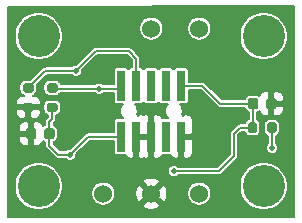
<source format=gbr>
%TF.GenerationSoftware,KiCad,Pcbnew,(5.1.7)-1*%
%TF.CreationDate,2021-02-21T14:58:14-08:00*%
%TF.ProjectId,swd-connection,7377642d-636f-46e6-9e65-6374696f6e2e,A*%
%TF.SameCoordinates,Original*%
%TF.FileFunction,Copper,L1,Top*%
%TF.FilePolarity,Positive*%
%FSLAX46Y46*%
G04 Gerber Fmt 4.6, Leading zero omitted, Abs format (unit mm)*
G04 Created by KiCad (PCBNEW (5.1.7)-1) date 2021-02-21 14:58:14*
%MOMM*%
%LPD*%
G01*
G04 APERTURE LIST*
%TA.AperFunction,ComponentPad*%
%ADD10C,1.524000*%
%TD*%
%TA.AperFunction,ComponentPad*%
%ADD11C,3.556000*%
%TD*%
%TA.AperFunction,SMDPad,CuDef*%
%ADD12R,0.760000X2.600000*%
%TD*%
%TA.AperFunction,ViaPad*%
%ADD13C,0.508000*%
%TD*%
%TA.AperFunction,Conductor*%
%ADD14C,0.177800*%
%TD*%
%TA.AperFunction,Conductor*%
%ADD15C,0.100000*%
%TD*%
G04 APERTURE END LIST*
D10*
%TO.P,J6,1*%
%TO.N,GND*%
X38100000Y-73660000D03*
%TD*%
%TO.P,R1,1*%
%TO.N,SWCLK*%
%TA.AperFunction,SMDPad,CuDef*%
G36*
G01*
X27411000Y-64307000D02*
X27961000Y-64307000D01*
G75*
G02*
X28161000Y-64507000I0J-200000D01*
G01*
X28161000Y-64907000D01*
G75*
G02*
X27961000Y-65107000I-200000J0D01*
G01*
X27411000Y-65107000D01*
G75*
G02*
X27211000Y-64907000I0J200000D01*
G01*
X27211000Y-64507000D01*
G75*
G02*
X27411000Y-64307000I200000J0D01*
G01*
G37*
%TD.AperFunction*%
%TO.P,R1,2*%
%TO.N,GND*%
%TA.AperFunction,SMDPad,CuDef*%
G36*
G01*
X27411000Y-65957000D02*
X27961000Y-65957000D01*
G75*
G02*
X28161000Y-66157000I0J-200000D01*
G01*
X28161000Y-66557000D01*
G75*
G02*
X27961000Y-66757000I-200000J0D01*
G01*
X27411000Y-66757000D01*
G75*
G02*
X27211000Y-66557000I0J200000D01*
G01*
X27211000Y-66157000D01*
G75*
G02*
X27411000Y-65957000I200000J0D01*
G01*
G37*
%TD.AperFunction*%
%TD*%
%TO.P,C2,2*%
%TO.N,GND*%
%TA.AperFunction,SMDPad,CuDef*%
G36*
G01*
X47823000Y-66290000D02*
X47823000Y-65790000D01*
G75*
G02*
X48048000Y-65565000I225000J0D01*
G01*
X48498000Y-65565000D01*
G75*
G02*
X48723000Y-65790000I0J-225000D01*
G01*
X48723000Y-66290000D01*
G75*
G02*
X48498000Y-66515000I-225000J0D01*
G01*
X48048000Y-66515000D01*
G75*
G02*
X47823000Y-66290000I0J225000D01*
G01*
G37*
%TD.AperFunction*%
%TO.P,C2,1*%
%TO.N,NRST*%
%TA.AperFunction,SMDPad,CuDef*%
G36*
G01*
X46273000Y-66290000D02*
X46273000Y-65790000D01*
G75*
G02*
X46498000Y-65565000I225000J0D01*
G01*
X46948000Y-65565000D01*
G75*
G02*
X47173000Y-65790000I0J-225000D01*
G01*
X47173000Y-66290000D01*
G75*
G02*
X46948000Y-66515000I-225000J0D01*
G01*
X46498000Y-66515000D01*
G75*
G02*
X46273000Y-66290000I0J225000D01*
G01*
G37*
%TD.AperFunction*%
%TD*%
%TO.P,C1,1*%
%TO.N,VCC*%
%TA.AperFunction,SMDPad,CuDef*%
G36*
G01*
X29927000Y-68330000D02*
X29927000Y-68830000D01*
G75*
G02*
X29702000Y-69055000I-225000J0D01*
G01*
X29252000Y-69055000D01*
G75*
G02*
X29027000Y-68830000I0J225000D01*
G01*
X29027000Y-68330000D01*
G75*
G02*
X29252000Y-68105000I225000J0D01*
G01*
X29702000Y-68105000D01*
G75*
G02*
X29927000Y-68330000I0J-225000D01*
G01*
G37*
%TD.AperFunction*%
%TO.P,C1,2*%
%TO.N,GND*%
%TA.AperFunction,SMDPad,CuDef*%
G36*
G01*
X28377000Y-68330000D02*
X28377000Y-68830000D01*
G75*
G02*
X28152000Y-69055000I-225000J0D01*
G01*
X27702000Y-69055000D01*
G75*
G02*
X27477000Y-68830000I0J225000D01*
G01*
X27477000Y-68330000D01*
G75*
G02*
X27702000Y-68105000I225000J0D01*
G01*
X28152000Y-68105000D01*
G75*
G02*
X28377000Y-68330000I0J-225000D01*
G01*
G37*
%TD.AperFunction*%
%TD*%
%TO.P,R3,1*%
%TO.N,VCC*%
%TA.AperFunction,SMDPad,CuDef*%
G36*
G01*
X48723000Y-67797000D02*
X48723000Y-68347000D01*
G75*
G02*
X48523000Y-68547000I-200000J0D01*
G01*
X48123000Y-68547000D01*
G75*
G02*
X47923000Y-68347000I0J200000D01*
G01*
X47923000Y-67797000D01*
G75*
G02*
X48123000Y-67597000I200000J0D01*
G01*
X48523000Y-67597000D01*
G75*
G02*
X48723000Y-67797000I0J-200000D01*
G01*
G37*
%TD.AperFunction*%
%TO.P,R3,2*%
%TO.N,NRST*%
%TA.AperFunction,SMDPad,CuDef*%
G36*
G01*
X47073000Y-67797000D02*
X47073000Y-68347000D01*
G75*
G02*
X46873000Y-68547000I-200000J0D01*
G01*
X46473000Y-68547000D01*
G75*
G02*
X46273000Y-68347000I0J200000D01*
G01*
X46273000Y-67797000D01*
G75*
G02*
X46473000Y-67597000I200000J0D01*
G01*
X46873000Y-67597000D01*
G75*
G02*
X47073000Y-67797000I0J-200000D01*
G01*
G37*
%TD.AperFunction*%
%TD*%
%TO.P,R2,2*%
%TO.N,SWDIO*%
%TA.AperFunction,SMDPad,CuDef*%
G36*
G01*
X29993000Y-65107000D02*
X29443000Y-65107000D01*
G75*
G02*
X29243000Y-64907000I0J200000D01*
G01*
X29243000Y-64507000D01*
G75*
G02*
X29443000Y-64307000I200000J0D01*
G01*
X29993000Y-64307000D01*
G75*
G02*
X30193000Y-64507000I0J-200000D01*
G01*
X30193000Y-64907000D01*
G75*
G02*
X29993000Y-65107000I-200000J0D01*
G01*
G37*
%TD.AperFunction*%
%TO.P,R2,1*%
%TO.N,VCC*%
%TA.AperFunction,SMDPad,CuDef*%
G36*
G01*
X29993000Y-66757000D02*
X29443000Y-66757000D01*
G75*
G02*
X29243000Y-66557000I0J200000D01*
G01*
X29243000Y-66157000D01*
G75*
G02*
X29443000Y-65957000I200000J0D01*
G01*
X29993000Y-65957000D01*
G75*
G02*
X30193000Y-66157000I0J-200000D01*
G01*
X30193000Y-66557000D01*
G75*
G02*
X29993000Y-66757000I-200000J0D01*
G01*
G37*
%TD.AperFunction*%
%TD*%
D11*
%TO.P,H3,*%
%TO.N,*%
X47625000Y-60325000D03*
%TD*%
D10*
%TO.P,J1,1*%
%TO.N,VCC*%
X42164000Y-73660000D03*
%TD*%
%TO.P,J3,1*%
%TO.N,SWDIO*%
X42164000Y-59690000D03*
%TD*%
%TO.P,J4,1*%
%TO.N,SWCLK*%
X38100000Y-59690000D03*
%TD*%
%TO.P,J5,1*%
%TO.N,NRST*%
X34036000Y-73660000D03*
%TD*%
D11*
%TO.P,H1,*%
%TO.N,*%
X28575000Y-73025000D03*
%TD*%
%TO.P,H4,*%
%TO.N,*%
X47625000Y-73025000D03*
%TD*%
%TO.P,H2,*%
%TO.N,*%
X28575000Y-60325000D03*
%TD*%
D12*
%TO.P,J1,2*%
%TO.N,SWDIO*%
X35560000Y-64525000D03*
%TO.P,J1,4*%
%TO.N,SWCLK*%
X36830000Y-64525000D03*
%TO.P,J1,6*%
%TO.N,Net-(J2-Pad6)*%
X38100000Y-64525000D03*
%TO.P,J1,8*%
%TO.N,Net-(J2-Pad8)*%
X39370000Y-64525000D03*
%TO.P,J1,10*%
%TO.N,NRST*%
X40640000Y-64525000D03*
%TO.P,J1,1*%
%TO.N,VCC*%
X35560000Y-68825000D03*
%TO.P,J1,3*%
%TO.N,GND*%
X36830000Y-68825000D03*
%TO.P,J1,5*%
X38100000Y-68825000D03*
%TO.P,J1,7*%
%TO.N,Net-(J2-Pad7)*%
X39370000Y-68825000D03*
%TO.P,J1,9*%
%TO.N,GND*%
X40640000Y-68825000D03*
%TD*%
D13*
%TO.N,GND*%
X33655000Y-66675000D03*
X27178000Y-70104000D03*
X33655000Y-62865000D03*
%TO.N,NRST*%
X40005000Y-71755000D03*
%TO.N,VCC*%
X31242000Y-70358000D03*
X48323000Y-69787000D03*
%TO.N,SWDIO*%
X33655000Y-64770000D03*
%TO.N,SWCLK*%
X31750000Y-63246000D03*
%TD*%
D14*
%TO.N,GND*%
X48260000Y-65773000D02*
X48273000Y-65786000D01*
X27686000Y-66357000D02*
X27686000Y-67310000D01*
X27927000Y-68580000D02*
X27927000Y-69355000D01*
X27927000Y-69355000D02*
X27178000Y-70104000D01*
X38100000Y-70104000D02*
X38100000Y-68834000D01*
X40649000Y-68834000D02*
X40640000Y-68825000D01*
X27686000Y-67310000D02*
X27927000Y-67551000D01*
X27927000Y-67551000D02*
X27927000Y-68580000D01*
X48260000Y-66027000D02*
X48273000Y-66040000D01*
X48260000Y-64135000D02*
X48260000Y-66027000D01*
%TO.N,NRST*%
X46469000Y-66040000D02*
X46723000Y-65786000D01*
X46723000Y-66040000D02*
X43942000Y-66040000D01*
X42427000Y-64525000D02*
X43942000Y-66040000D01*
X40640000Y-64525000D02*
X42427000Y-64525000D01*
X46723000Y-68022000D02*
X46673000Y-68072000D01*
X46723000Y-66040000D02*
X46723000Y-68022000D01*
X45593000Y-68072000D02*
X46673000Y-68072000D01*
X45085000Y-68580000D02*
X45593000Y-68072000D01*
X45085000Y-70485000D02*
X45085000Y-68580000D01*
X43815000Y-71755000D02*
X45085000Y-70485000D01*
X40005000Y-71755000D02*
X43815000Y-71755000D01*
%TO.N,VCC*%
X48323000Y-68072000D02*
X48323000Y-69787000D01*
X32775000Y-68825000D02*
X31242000Y-70358000D01*
X35560000Y-68825000D02*
X32775000Y-68825000D01*
X30226000Y-70358000D02*
X29477000Y-69609000D01*
X31242000Y-70358000D02*
X30226000Y-70358000D01*
X29477000Y-69609000D02*
X29477000Y-68580000D01*
X29477000Y-67551000D02*
X29718000Y-67310000D01*
X29477000Y-68580000D02*
X29477000Y-67551000D01*
X29718000Y-66357000D02*
X29718000Y-67310000D01*
%TO.N,SWDIO*%
X35551000Y-64516000D02*
X35560000Y-64525000D01*
X35378000Y-64707000D02*
X35560000Y-64525000D01*
X35315000Y-64770000D02*
X35560000Y-64525000D01*
X33655000Y-64770000D02*
X35315000Y-64770000D01*
X29781000Y-64770000D02*
X29718000Y-64707000D01*
X33655000Y-64770000D02*
X29781000Y-64770000D01*
%TO.N,SWCLK*%
X29147000Y-63246000D02*
X31750000Y-63246000D01*
X27686000Y-64707000D02*
X29147000Y-63246000D01*
X36830000Y-64525000D02*
X36830000Y-62230000D01*
X36830000Y-62230000D02*
X36195000Y-61595000D01*
X33401000Y-61595000D02*
X31750000Y-63246000D01*
X36195000Y-61595000D02*
X33401000Y-61595000D01*
%TD*%
%TO.N,GND*%
X50203100Y-75603100D02*
X25996900Y-75603100D01*
X25996900Y-72823615D01*
X26530300Y-72823615D01*
X26530300Y-73226385D01*
X26608877Y-73621417D01*
X26763011Y-73993528D01*
X26986778Y-74328420D01*
X27271580Y-74613222D01*
X27606472Y-74836989D01*
X27978583Y-74991123D01*
X28373615Y-75069700D01*
X28776385Y-75069700D01*
X29171417Y-74991123D01*
X29543528Y-74836989D01*
X29878420Y-74613222D01*
X30163222Y-74328420D01*
X30386989Y-73993528D01*
X30541123Y-73621417D01*
X30553601Y-73558682D01*
X33007300Y-73558682D01*
X33007300Y-73761318D01*
X33046833Y-73960061D01*
X33124378Y-74147272D01*
X33236957Y-74315758D01*
X33380242Y-74459043D01*
X33548728Y-74571622D01*
X33735939Y-74649167D01*
X33934682Y-74688700D01*
X34137318Y-74688700D01*
X34336061Y-74649167D01*
X34385229Y-74628801D01*
X37364685Y-74628801D01*
X37436851Y-74853632D01*
X37682460Y-74960070D01*
X37944114Y-75016548D01*
X38211759Y-75020894D01*
X38475109Y-74972942D01*
X38724043Y-74874534D01*
X38763149Y-74853632D01*
X38835315Y-74628801D01*
X38100000Y-73893487D01*
X37364685Y-74628801D01*
X34385229Y-74628801D01*
X34523272Y-74571622D01*
X34691758Y-74459043D01*
X34835043Y-74315758D01*
X34947622Y-74147272D01*
X35025167Y-73960061D01*
X35062623Y-73771759D01*
X36739106Y-73771759D01*
X36787058Y-74035109D01*
X36885466Y-74284043D01*
X36906368Y-74323149D01*
X37131199Y-74395315D01*
X37866513Y-73660000D01*
X38333487Y-73660000D01*
X39068801Y-74395315D01*
X39293632Y-74323149D01*
X39400070Y-74077540D01*
X39456548Y-73815886D01*
X39460724Y-73558682D01*
X41135300Y-73558682D01*
X41135300Y-73761318D01*
X41174833Y-73960061D01*
X41252378Y-74147272D01*
X41364957Y-74315758D01*
X41508242Y-74459043D01*
X41676728Y-74571622D01*
X41863939Y-74649167D01*
X42062682Y-74688700D01*
X42265318Y-74688700D01*
X42464061Y-74649167D01*
X42651272Y-74571622D01*
X42819758Y-74459043D01*
X42963043Y-74315758D01*
X43075622Y-74147272D01*
X43153167Y-73960061D01*
X43192700Y-73761318D01*
X43192700Y-73558682D01*
X43153167Y-73359939D01*
X43075622Y-73172728D01*
X42963043Y-73004242D01*
X42819758Y-72860957D01*
X42763872Y-72823615D01*
X45580300Y-72823615D01*
X45580300Y-73226385D01*
X45658877Y-73621417D01*
X45813011Y-73993528D01*
X46036778Y-74328420D01*
X46321580Y-74613222D01*
X46656472Y-74836989D01*
X47028583Y-74991123D01*
X47423615Y-75069700D01*
X47826385Y-75069700D01*
X48221417Y-74991123D01*
X48593528Y-74836989D01*
X48928420Y-74613222D01*
X49213222Y-74328420D01*
X49436989Y-73993528D01*
X49591123Y-73621417D01*
X49669700Y-73226385D01*
X49669700Y-72823615D01*
X49591123Y-72428583D01*
X49436989Y-72056472D01*
X49213222Y-71721580D01*
X48928420Y-71436778D01*
X48593528Y-71213011D01*
X48221417Y-71058877D01*
X47826385Y-70980300D01*
X47423615Y-70980300D01*
X47028583Y-71058877D01*
X46656472Y-71213011D01*
X46321580Y-71436778D01*
X46036778Y-71721580D01*
X45813011Y-72056472D01*
X45658877Y-72428583D01*
X45580300Y-72823615D01*
X42763872Y-72823615D01*
X42651272Y-72748378D01*
X42464061Y-72670833D01*
X42265318Y-72631300D01*
X42062682Y-72631300D01*
X41863939Y-72670833D01*
X41676728Y-72748378D01*
X41508242Y-72860957D01*
X41364957Y-73004242D01*
X41252378Y-73172728D01*
X41174833Y-73359939D01*
X41135300Y-73558682D01*
X39460724Y-73558682D01*
X39460894Y-73548241D01*
X39412942Y-73284891D01*
X39314534Y-73035957D01*
X39293632Y-72996851D01*
X39068801Y-72924685D01*
X38333487Y-73660000D01*
X37866513Y-73660000D01*
X37131199Y-72924685D01*
X36906368Y-72996851D01*
X36799930Y-73242460D01*
X36743452Y-73504114D01*
X36739106Y-73771759D01*
X35062623Y-73771759D01*
X35064700Y-73761318D01*
X35064700Y-73558682D01*
X35025167Y-73359939D01*
X34947622Y-73172728D01*
X34835043Y-73004242D01*
X34691758Y-72860957D01*
X34523272Y-72748378D01*
X34385230Y-72691199D01*
X37364685Y-72691199D01*
X38100000Y-73426513D01*
X38835315Y-72691199D01*
X38763149Y-72466368D01*
X38517540Y-72359930D01*
X38255886Y-72303452D01*
X37988241Y-72299106D01*
X37724891Y-72347058D01*
X37475957Y-72445466D01*
X37436851Y-72466368D01*
X37364685Y-72691199D01*
X34385230Y-72691199D01*
X34336061Y-72670833D01*
X34137318Y-72631300D01*
X33934682Y-72631300D01*
X33735939Y-72670833D01*
X33548728Y-72748378D01*
X33380242Y-72860957D01*
X33236957Y-73004242D01*
X33124378Y-73172728D01*
X33046833Y-73359939D01*
X33007300Y-73558682D01*
X30553601Y-73558682D01*
X30619700Y-73226385D01*
X30619700Y-72823615D01*
X30541123Y-72428583D01*
X30386989Y-72056472D01*
X30163222Y-71721580D01*
X29878420Y-71436778D01*
X29543528Y-71213011D01*
X29171417Y-71058877D01*
X28776385Y-70980300D01*
X28373615Y-70980300D01*
X27978583Y-71058877D01*
X27606472Y-71213011D01*
X27271580Y-71436778D01*
X26986778Y-71721580D01*
X26763011Y-72056472D01*
X26608877Y-72428583D01*
X26530300Y-72823615D01*
X25996900Y-72823615D01*
X25996900Y-69055000D01*
X26877212Y-69055000D01*
X26888737Y-69172013D01*
X26922868Y-69284529D01*
X26978295Y-69388224D01*
X27052886Y-69479114D01*
X27143776Y-69553705D01*
X27247471Y-69609132D01*
X27359987Y-69643263D01*
X27477000Y-69654788D01*
X27612675Y-69651900D01*
X27761900Y-69502675D01*
X27761900Y-68745100D01*
X27029325Y-68745100D01*
X26880100Y-68894325D01*
X26877212Y-69055000D01*
X25996900Y-69055000D01*
X25996900Y-68105000D01*
X26877212Y-68105000D01*
X26880100Y-68265675D01*
X27029325Y-68414900D01*
X27761900Y-68414900D01*
X27761900Y-67657325D01*
X27612675Y-67508100D01*
X27477000Y-67505212D01*
X27359987Y-67516737D01*
X27247471Y-67550868D01*
X27143776Y-67606295D01*
X27052886Y-67680886D01*
X26978295Y-67771776D01*
X26922868Y-67875471D01*
X26888737Y-67987987D01*
X26877212Y-68105000D01*
X25996900Y-68105000D01*
X25996900Y-66757000D01*
X26611212Y-66757000D01*
X26622737Y-66874013D01*
X26656868Y-66986529D01*
X26712295Y-67090224D01*
X26786886Y-67181114D01*
X26877776Y-67255705D01*
X26981471Y-67311132D01*
X27093987Y-67345263D01*
X27211000Y-67356788D01*
X27371675Y-67353900D01*
X27520900Y-67204675D01*
X27520900Y-66522100D01*
X27851100Y-66522100D01*
X27851100Y-67204675D01*
X28000325Y-67353900D01*
X28161000Y-67356788D01*
X28278013Y-67345263D01*
X28390529Y-67311132D01*
X28494224Y-67255705D01*
X28585114Y-67181114D01*
X28659705Y-67090224D01*
X28715132Y-66986529D01*
X28749263Y-66874013D01*
X28760788Y-66757000D01*
X28757900Y-66671325D01*
X28608675Y-66522100D01*
X27851100Y-66522100D01*
X27520900Y-66522100D01*
X26763325Y-66522100D01*
X26614100Y-66671325D01*
X26611212Y-66757000D01*
X25996900Y-66757000D01*
X25996900Y-65957000D01*
X26611212Y-65957000D01*
X26614100Y-66042675D01*
X26763325Y-66191900D01*
X27520900Y-66191900D01*
X27520900Y-66171900D01*
X27851100Y-66171900D01*
X27851100Y-66191900D01*
X28608675Y-66191900D01*
X28757900Y-66042675D01*
X28760788Y-65957000D01*
X28749263Y-65839987D01*
X28715132Y-65727471D01*
X28659705Y-65623776D01*
X28585114Y-65532886D01*
X28494224Y-65458295D01*
X28390529Y-65402868D01*
X28278013Y-65368737D01*
X28161000Y-65357212D01*
X28076241Y-65358735D01*
X28140092Y-65339366D01*
X28221001Y-65296119D01*
X28291919Y-65237919D01*
X28350119Y-65167001D01*
X28393366Y-65086092D01*
X28419998Y-64998300D01*
X28428990Y-64907000D01*
X28428990Y-64507000D01*
X28425395Y-64470498D01*
X29294294Y-63601600D01*
X31369219Y-63601600D01*
X31418073Y-63650454D01*
X31503356Y-63707438D01*
X31598118Y-63746689D01*
X31698716Y-63766700D01*
X31801284Y-63766700D01*
X31901882Y-63746689D01*
X31996644Y-63707438D01*
X32081927Y-63650454D01*
X32154454Y-63577927D01*
X32211438Y-63492644D01*
X32250689Y-63397882D01*
X32270700Y-63297284D01*
X32270700Y-63228193D01*
X33548294Y-61950600D01*
X36047707Y-61950600D01*
X36474401Y-62377295D01*
X36474401Y-62957010D01*
X36450000Y-62957010D01*
X36397718Y-62962159D01*
X36347445Y-62977410D01*
X36301113Y-63002174D01*
X36260502Y-63035502D01*
X36227174Y-63076113D01*
X36202410Y-63122445D01*
X36195000Y-63146871D01*
X36187590Y-63122445D01*
X36162826Y-63076113D01*
X36129498Y-63035502D01*
X36088887Y-63002174D01*
X36042555Y-62977410D01*
X35992282Y-62962159D01*
X35940000Y-62957010D01*
X35180000Y-62957010D01*
X35127718Y-62962159D01*
X35077445Y-62977410D01*
X35031113Y-63002174D01*
X34990502Y-63035502D01*
X34957174Y-63076113D01*
X34932410Y-63122445D01*
X34917159Y-63172718D01*
X34912010Y-63225000D01*
X34912010Y-64414400D01*
X34035781Y-64414400D01*
X33986927Y-64365546D01*
X33901644Y-64308562D01*
X33806882Y-64269311D01*
X33706284Y-64249300D01*
X33603716Y-64249300D01*
X33503118Y-64269311D01*
X33408356Y-64308562D01*
X33323073Y-64365546D01*
X33274219Y-64414400D01*
X30451604Y-64414400D01*
X30425366Y-64327908D01*
X30382119Y-64246999D01*
X30323919Y-64176081D01*
X30253001Y-64117881D01*
X30172092Y-64074634D01*
X30084300Y-64048002D01*
X29993000Y-64039010D01*
X29443000Y-64039010D01*
X29351700Y-64048002D01*
X29263908Y-64074634D01*
X29182999Y-64117881D01*
X29112081Y-64176081D01*
X29053881Y-64246999D01*
X29010634Y-64327908D01*
X28984002Y-64415700D01*
X28975010Y-64507000D01*
X28975010Y-64907000D01*
X28984002Y-64998300D01*
X29010634Y-65086092D01*
X29053881Y-65167001D01*
X29112081Y-65237919D01*
X29182999Y-65296119D01*
X29263908Y-65339366D01*
X29351700Y-65365998D01*
X29443000Y-65374990D01*
X29993000Y-65374990D01*
X30084300Y-65365998D01*
X30172092Y-65339366D01*
X30253001Y-65296119D01*
X30323919Y-65237919D01*
X30382119Y-65167001D01*
X30404248Y-65125600D01*
X33274219Y-65125600D01*
X33323073Y-65174454D01*
X33408356Y-65231438D01*
X33503118Y-65270689D01*
X33603716Y-65290700D01*
X33706284Y-65290700D01*
X33806882Y-65270689D01*
X33901644Y-65231438D01*
X33986927Y-65174454D01*
X34035781Y-65125600D01*
X34912010Y-65125600D01*
X34912010Y-65825000D01*
X34917159Y-65877282D01*
X34932410Y-65927555D01*
X34957174Y-65973887D01*
X34990502Y-66014498D01*
X35031113Y-66047826D01*
X35077445Y-66072590D01*
X35127718Y-66087841D01*
X35180000Y-66092990D01*
X35692732Y-66092990D01*
X35599465Y-66186257D01*
X35515559Y-66311831D01*
X35457764Y-66451362D01*
X35428300Y-66599487D01*
X35428300Y-66750513D01*
X35457764Y-66898638D01*
X35515559Y-67038169D01*
X35599465Y-67163743D01*
X35692732Y-67257010D01*
X35180000Y-67257010D01*
X35127718Y-67262159D01*
X35077445Y-67277410D01*
X35031113Y-67302174D01*
X34990502Y-67335502D01*
X34957174Y-67376113D01*
X34932410Y-67422445D01*
X34917159Y-67472718D01*
X34912010Y-67525000D01*
X34912010Y-68469400D01*
X32792452Y-68469400D01*
X32774999Y-68467681D01*
X32757546Y-68469400D01*
X32757537Y-68469400D01*
X32705290Y-68474546D01*
X32638260Y-68494879D01*
X32576484Y-68527899D01*
X32576482Y-68527900D01*
X32576483Y-68527900D01*
X32535900Y-68561205D01*
X32535895Y-68561210D01*
X32522337Y-68572337D01*
X32511210Y-68585895D01*
X31259807Y-69837300D01*
X31190716Y-69837300D01*
X31090118Y-69857311D01*
X30995356Y-69896562D01*
X30910073Y-69953546D01*
X30861219Y-70002400D01*
X30373294Y-70002400D01*
X29832600Y-69461707D01*
X29832600Y-69303075D01*
X29890659Y-69285463D01*
X29975891Y-69239906D01*
X30050597Y-69178597D01*
X30111906Y-69103891D01*
X30157463Y-69018659D01*
X30185517Y-68926178D01*
X30194990Y-68830000D01*
X30194990Y-68330000D01*
X30185517Y-68233822D01*
X30157463Y-68141341D01*
X30111906Y-68056109D01*
X30050597Y-67981403D01*
X29975891Y-67920094D01*
X29890659Y-67874537D01*
X29832600Y-67856925D01*
X29832600Y-67698294D01*
X29957104Y-67573791D01*
X29970663Y-67562663D01*
X29981790Y-67549105D01*
X29981795Y-67549100D01*
X30015100Y-67508517D01*
X30029654Y-67481290D01*
X30048121Y-67446740D01*
X30068454Y-67379710D01*
X30073600Y-67327463D01*
X30073600Y-67327454D01*
X30075319Y-67310001D01*
X30073600Y-67292548D01*
X30073600Y-67017052D01*
X30084300Y-67015998D01*
X30172092Y-66989366D01*
X30253001Y-66946119D01*
X30323919Y-66887919D01*
X30382119Y-66817001D01*
X30425366Y-66736092D01*
X30451998Y-66648300D01*
X30460990Y-66557000D01*
X30460990Y-66157000D01*
X30451998Y-66065700D01*
X30425366Y-65977908D01*
X30382119Y-65896999D01*
X30323919Y-65826081D01*
X30253001Y-65767881D01*
X30172092Y-65724634D01*
X30084300Y-65698002D01*
X29993000Y-65689010D01*
X29443000Y-65689010D01*
X29351700Y-65698002D01*
X29263908Y-65724634D01*
X29182999Y-65767881D01*
X29112081Y-65826081D01*
X29053881Y-65896999D01*
X29010634Y-65977908D01*
X28984002Y-66065700D01*
X28975010Y-66157000D01*
X28975010Y-66557000D01*
X28984002Y-66648300D01*
X29010634Y-66736092D01*
X29053881Y-66817001D01*
X29112081Y-66887919D01*
X29182999Y-66946119D01*
X29263908Y-66989366D01*
X29351700Y-67015998D01*
X29362401Y-67017052D01*
X29362401Y-67162705D01*
X29237900Y-67287207D01*
X29224338Y-67298337D01*
X29179900Y-67352484D01*
X29173406Y-67364634D01*
X29146880Y-67414259D01*
X29126546Y-67481290D01*
X29119681Y-67551000D01*
X29121401Y-67568465D01*
X29121401Y-67856925D01*
X29063341Y-67874537D01*
X28978109Y-67920094D01*
X28951334Y-67942068D01*
X28931132Y-67875471D01*
X28875705Y-67771776D01*
X28801114Y-67680886D01*
X28710224Y-67606295D01*
X28606529Y-67550868D01*
X28494013Y-67516737D01*
X28377000Y-67505212D01*
X28241325Y-67508100D01*
X28092100Y-67657325D01*
X28092100Y-68414900D01*
X28112100Y-68414900D01*
X28112100Y-68745100D01*
X28092100Y-68745100D01*
X28092100Y-69502675D01*
X28241325Y-69651900D01*
X28377000Y-69654788D01*
X28494013Y-69643263D01*
X28606529Y-69609132D01*
X28710224Y-69553705D01*
X28801114Y-69479114D01*
X28875705Y-69388224D01*
X28931132Y-69284529D01*
X28951334Y-69217932D01*
X28978109Y-69239906D01*
X29063341Y-69285463D01*
X29121400Y-69303075D01*
X29121400Y-69591544D01*
X29119681Y-69609000D01*
X29121400Y-69626455D01*
X29121400Y-69626462D01*
X29126546Y-69678709D01*
X29146879Y-69745739D01*
X29179899Y-69807515D01*
X29224337Y-69861662D01*
X29237901Y-69872794D01*
X29962206Y-70597100D01*
X29973337Y-70610663D01*
X30027484Y-70655101D01*
X30089260Y-70688121D01*
X30135956Y-70702286D01*
X30156289Y-70708454D01*
X30162566Y-70709072D01*
X30208537Y-70713600D01*
X30208544Y-70713600D01*
X30226000Y-70715319D01*
X30243455Y-70713600D01*
X30861219Y-70713600D01*
X30910073Y-70762454D01*
X30995356Y-70819438D01*
X31090118Y-70858689D01*
X31190716Y-70878700D01*
X31293284Y-70878700D01*
X31393882Y-70858689D01*
X31488644Y-70819438D01*
X31573927Y-70762454D01*
X31646454Y-70689927D01*
X31703438Y-70604644D01*
X31742689Y-70509882D01*
X31762700Y-70409284D01*
X31762700Y-70340193D01*
X32922295Y-69180600D01*
X34912010Y-69180600D01*
X34912010Y-70125000D01*
X34917159Y-70177282D01*
X34932410Y-70227555D01*
X34957174Y-70273887D01*
X34990502Y-70314498D01*
X35031113Y-70347826D01*
X35077445Y-70372590D01*
X35127718Y-70387841D01*
X35180000Y-70392990D01*
X35916426Y-70392990D01*
X35951295Y-70458224D01*
X36025886Y-70549114D01*
X36116776Y-70623705D01*
X36220471Y-70679132D01*
X36332987Y-70713263D01*
X36450000Y-70724788D01*
X36515675Y-70721900D01*
X36664900Y-70572675D01*
X36664900Y-68990100D01*
X36995100Y-68990100D01*
X36995100Y-70572675D01*
X37144325Y-70721900D01*
X37210000Y-70724788D01*
X37327013Y-70713263D01*
X37439529Y-70679132D01*
X37465000Y-70665517D01*
X37490471Y-70679132D01*
X37602987Y-70713263D01*
X37720000Y-70724788D01*
X37785675Y-70721900D01*
X37934900Y-70572675D01*
X37934900Y-68990100D01*
X36995100Y-68990100D01*
X36664900Y-68990100D01*
X36644900Y-68990100D01*
X36644900Y-68659900D01*
X36664900Y-68659900D01*
X36664900Y-68639900D01*
X36995100Y-68639900D01*
X36995100Y-68659900D01*
X37934900Y-68659900D01*
X37934900Y-67077325D01*
X37785675Y-66928100D01*
X37720000Y-66925212D01*
X37602987Y-66936737D01*
X37490471Y-66970868D01*
X37465000Y-66984483D01*
X37439529Y-66970868D01*
X37327013Y-66936737D01*
X37210000Y-66925212D01*
X37144325Y-66928100D01*
X36995102Y-67077323D01*
X36995102Y-66928100D01*
X36920033Y-66928100D01*
X36932236Y-66898638D01*
X36961700Y-66750513D01*
X36961700Y-66599487D01*
X36932236Y-66451362D01*
X36874441Y-66311831D01*
X36790535Y-66186257D01*
X36697268Y-66092990D01*
X37210000Y-66092990D01*
X37262282Y-66087841D01*
X37312555Y-66072590D01*
X37358887Y-66047826D01*
X37399498Y-66014498D01*
X37432826Y-65973887D01*
X37457590Y-65927555D01*
X37465000Y-65903129D01*
X37472410Y-65927555D01*
X37497174Y-65973887D01*
X37530502Y-66014498D01*
X37571113Y-66047826D01*
X37617445Y-66072590D01*
X37667718Y-66087841D01*
X37720000Y-66092990D01*
X38480000Y-66092990D01*
X38532282Y-66087841D01*
X38582555Y-66072590D01*
X38628887Y-66047826D01*
X38669498Y-66014498D01*
X38702826Y-65973887D01*
X38727590Y-65927555D01*
X38735000Y-65903129D01*
X38742410Y-65927555D01*
X38767174Y-65973887D01*
X38800502Y-66014498D01*
X38841113Y-66047826D01*
X38887445Y-66072590D01*
X38937718Y-66087841D01*
X38990000Y-66092990D01*
X39502732Y-66092990D01*
X39409465Y-66186257D01*
X39325559Y-66311831D01*
X39267764Y-66451362D01*
X39238300Y-66599487D01*
X39238300Y-66750513D01*
X39267764Y-66898638D01*
X39325559Y-67038169D01*
X39409465Y-67163743D01*
X39502732Y-67257010D01*
X39013574Y-67257010D01*
X38978705Y-67191776D01*
X38904114Y-67100886D01*
X38813224Y-67026295D01*
X38709529Y-66970868D01*
X38597013Y-66936737D01*
X38480000Y-66925212D01*
X38414325Y-66928100D01*
X38265100Y-67077325D01*
X38265100Y-68659900D01*
X38285100Y-68659900D01*
X38285100Y-68990100D01*
X38265100Y-68990100D01*
X38265100Y-70572675D01*
X38414325Y-70721900D01*
X38480000Y-70724788D01*
X38597013Y-70713263D01*
X38709529Y-70679132D01*
X38813224Y-70623705D01*
X38904114Y-70549114D01*
X38978705Y-70458224D01*
X39013574Y-70392990D01*
X39726426Y-70392990D01*
X39761295Y-70458224D01*
X39835886Y-70549114D01*
X39926776Y-70623705D01*
X40030471Y-70679132D01*
X40142987Y-70713263D01*
X40260000Y-70724788D01*
X40325675Y-70721900D01*
X40474900Y-70572675D01*
X40474900Y-68990100D01*
X40805100Y-68990100D01*
X40805100Y-70572675D01*
X40954325Y-70721900D01*
X41020000Y-70724788D01*
X41137013Y-70713263D01*
X41249529Y-70679132D01*
X41353224Y-70623705D01*
X41444114Y-70549114D01*
X41518705Y-70458224D01*
X41574132Y-70354529D01*
X41608263Y-70242013D01*
X41619788Y-70125000D01*
X41616900Y-69139325D01*
X41467675Y-68990100D01*
X40805100Y-68990100D01*
X40474900Y-68990100D01*
X40454900Y-68990100D01*
X40454900Y-68659900D01*
X40474900Y-68659900D01*
X40474900Y-68639900D01*
X40805100Y-68639900D01*
X40805100Y-68659900D01*
X41467675Y-68659900D01*
X41616900Y-68510675D01*
X41619788Y-67525000D01*
X41608263Y-67407987D01*
X41574132Y-67295471D01*
X41518705Y-67191776D01*
X41444114Y-67100886D01*
X41353224Y-67026295D01*
X41249529Y-66970868D01*
X41137013Y-66936737D01*
X41020000Y-66925212D01*
X40954325Y-66928100D01*
X40805102Y-67077323D01*
X40805102Y-66928100D01*
X40730033Y-66928100D01*
X40742236Y-66898638D01*
X40771700Y-66750513D01*
X40771700Y-66599487D01*
X40742236Y-66451362D01*
X40684441Y-66311831D01*
X40600535Y-66186257D01*
X40507268Y-66092990D01*
X41020000Y-66092990D01*
X41072282Y-66087841D01*
X41122555Y-66072590D01*
X41168887Y-66047826D01*
X41209498Y-66014498D01*
X41242826Y-65973887D01*
X41267590Y-65927555D01*
X41282841Y-65877282D01*
X41287990Y-65825000D01*
X41287990Y-64880600D01*
X42279707Y-64880600D01*
X43678206Y-66279100D01*
X43689337Y-66292663D01*
X43743484Y-66337101D01*
X43805260Y-66370121D01*
X43872290Y-66390454D01*
X43924537Y-66395600D01*
X43924545Y-66395600D01*
X43942000Y-66397319D01*
X43959455Y-66395600D01*
X46017341Y-66395600D01*
X46042537Y-66478659D01*
X46088094Y-66563891D01*
X46149403Y-66638597D01*
X46224109Y-66699906D01*
X46309341Y-66745463D01*
X46367400Y-66763075D01*
X46367401Y-67342340D01*
X46293908Y-67364634D01*
X46212999Y-67407881D01*
X46142081Y-67466081D01*
X46083881Y-67536999D01*
X46040634Y-67617908D01*
X46014002Y-67705700D01*
X46012948Y-67716400D01*
X45610452Y-67716400D01*
X45592999Y-67714681D01*
X45575546Y-67716400D01*
X45575537Y-67716400D01*
X45523290Y-67721546D01*
X45456260Y-67741879D01*
X45394484Y-67774899D01*
X45394482Y-67774900D01*
X45394483Y-67774900D01*
X45353900Y-67808205D01*
X45353895Y-67808210D01*
X45340337Y-67819337D01*
X45329210Y-67832895D01*
X44845901Y-68316206D01*
X44832338Y-68327337D01*
X44787900Y-68381484D01*
X44776870Y-68402120D01*
X44754880Y-68443259D01*
X44734546Y-68510290D01*
X44727681Y-68580000D01*
X44729401Y-68597462D01*
X44729400Y-70337705D01*
X43667707Y-71399400D01*
X40385781Y-71399400D01*
X40336927Y-71350546D01*
X40251644Y-71293562D01*
X40156882Y-71254311D01*
X40056284Y-71234300D01*
X39953716Y-71234300D01*
X39853118Y-71254311D01*
X39758356Y-71293562D01*
X39673073Y-71350546D01*
X39600546Y-71423073D01*
X39543562Y-71508356D01*
X39504311Y-71603118D01*
X39484300Y-71703716D01*
X39484300Y-71806284D01*
X39504311Y-71906882D01*
X39543562Y-72001644D01*
X39600546Y-72086927D01*
X39673073Y-72159454D01*
X39758356Y-72216438D01*
X39853118Y-72255689D01*
X39953716Y-72275700D01*
X40056284Y-72275700D01*
X40156882Y-72255689D01*
X40251644Y-72216438D01*
X40336927Y-72159454D01*
X40385781Y-72110600D01*
X43797545Y-72110600D01*
X43815000Y-72112319D01*
X43832455Y-72110600D01*
X43832463Y-72110600D01*
X43884710Y-72105454D01*
X43951740Y-72085121D01*
X44013516Y-72052101D01*
X44067663Y-72007663D01*
X44078799Y-71994094D01*
X45324110Y-70748785D01*
X45337662Y-70737663D01*
X45348785Y-70724110D01*
X45348795Y-70724100D01*
X45382100Y-70683517D01*
X45382102Y-70683515D01*
X45415121Y-70621740D01*
X45435454Y-70554710D01*
X45440600Y-70502463D01*
X45440600Y-70502454D01*
X45442319Y-70485001D01*
X45440600Y-70467548D01*
X45440600Y-68727293D01*
X45740295Y-68427600D01*
X46012948Y-68427600D01*
X46014002Y-68438300D01*
X46040634Y-68526092D01*
X46083881Y-68607001D01*
X46142081Y-68677919D01*
X46212999Y-68736119D01*
X46293908Y-68779366D01*
X46381700Y-68805998D01*
X46473000Y-68814990D01*
X46873000Y-68814990D01*
X46964300Y-68805998D01*
X47052092Y-68779366D01*
X47133001Y-68736119D01*
X47203919Y-68677919D01*
X47262119Y-68607001D01*
X47305366Y-68526092D01*
X47331998Y-68438300D01*
X47340990Y-68347000D01*
X47340990Y-67797000D01*
X47655010Y-67797000D01*
X47655010Y-68347000D01*
X47664002Y-68438300D01*
X47690634Y-68526092D01*
X47733881Y-68607001D01*
X47792081Y-68677919D01*
X47862999Y-68736119D01*
X47943908Y-68779366D01*
X47967400Y-68786493D01*
X47967401Y-69406218D01*
X47918546Y-69455073D01*
X47861562Y-69540356D01*
X47822311Y-69635118D01*
X47802300Y-69735716D01*
X47802300Y-69838284D01*
X47822311Y-69938882D01*
X47861562Y-70033644D01*
X47918546Y-70118927D01*
X47991073Y-70191454D01*
X48076356Y-70248438D01*
X48171118Y-70287689D01*
X48271716Y-70307700D01*
X48374284Y-70307700D01*
X48474882Y-70287689D01*
X48569644Y-70248438D01*
X48654927Y-70191454D01*
X48727454Y-70118927D01*
X48784438Y-70033644D01*
X48823689Y-69938882D01*
X48843700Y-69838284D01*
X48843700Y-69735716D01*
X48823689Y-69635118D01*
X48784438Y-69540356D01*
X48727454Y-69455073D01*
X48678600Y-69406219D01*
X48678600Y-68786492D01*
X48702092Y-68779366D01*
X48783001Y-68736119D01*
X48853919Y-68677919D01*
X48912119Y-68607001D01*
X48955366Y-68526092D01*
X48981998Y-68438300D01*
X48990990Y-68347000D01*
X48990990Y-67797000D01*
X48981998Y-67705700D01*
X48955366Y-67617908D01*
X48912119Y-67536999D01*
X48853919Y-67466081D01*
X48783001Y-67407881D01*
X48702092Y-67364634D01*
X48614300Y-67338002D01*
X48523000Y-67329010D01*
X48123000Y-67329010D01*
X48031700Y-67338002D01*
X47943908Y-67364634D01*
X47862999Y-67407881D01*
X47792081Y-67466081D01*
X47733881Y-67536999D01*
X47690634Y-67617908D01*
X47664002Y-67705700D01*
X47655010Y-67797000D01*
X47340990Y-67797000D01*
X47331998Y-67705700D01*
X47305366Y-67617908D01*
X47262119Y-67536999D01*
X47203919Y-67466081D01*
X47133001Y-67407881D01*
X47078600Y-67378803D01*
X47078600Y-66763075D01*
X47136659Y-66745463D01*
X47221891Y-66699906D01*
X47248666Y-66677932D01*
X47268868Y-66744529D01*
X47324295Y-66848224D01*
X47398886Y-66939114D01*
X47489776Y-67013705D01*
X47593471Y-67069132D01*
X47705987Y-67103263D01*
X47823000Y-67114788D01*
X47958675Y-67111900D01*
X48107900Y-66962675D01*
X48107900Y-66205100D01*
X48438100Y-66205100D01*
X48438100Y-66962675D01*
X48587325Y-67111900D01*
X48723000Y-67114788D01*
X48840013Y-67103263D01*
X48952529Y-67069132D01*
X49056224Y-67013705D01*
X49147114Y-66939114D01*
X49221705Y-66848224D01*
X49277132Y-66744529D01*
X49311263Y-66632013D01*
X49322788Y-66515000D01*
X49319900Y-66354325D01*
X49170675Y-66205100D01*
X48438100Y-66205100D01*
X48107900Y-66205100D01*
X48087900Y-66205100D01*
X48087900Y-65874900D01*
X48107900Y-65874900D01*
X48107900Y-65117325D01*
X48438100Y-65117325D01*
X48438100Y-65874900D01*
X49170675Y-65874900D01*
X49319900Y-65725675D01*
X49322788Y-65565000D01*
X49311263Y-65447987D01*
X49277132Y-65335471D01*
X49221705Y-65231776D01*
X49147114Y-65140886D01*
X49056224Y-65066295D01*
X48952529Y-65010868D01*
X48840013Y-64976737D01*
X48723000Y-64965212D01*
X48587325Y-64968100D01*
X48438100Y-65117325D01*
X48107900Y-65117325D01*
X47958675Y-64968100D01*
X47823000Y-64965212D01*
X47705987Y-64976737D01*
X47593471Y-65010868D01*
X47489776Y-65066295D01*
X47398886Y-65140886D01*
X47324295Y-65231776D01*
X47268868Y-65335471D01*
X47248666Y-65402068D01*
X47221891Y-65380094D01*
X47136659Y-65334537D01*
X47044178Y-65306483D01*
X46948000Y-65297010D01*
X46498000Y-65297010D01*
X46401822Y-65306483D01*
X46309341Y-65334537D01*
X46224109Y-65380094D01*
X46149403Y-65441403D01*
X46088094Y-65516109D01*
X46042537Y-65601341D01*
X46017341Y-65684400D01*
X44089294Y-65684400D01*
X42690799Y-64285906D01*
X42679663Y-64272337D01*
X42625516Y-64227899D01*
X42563740Y-64194879D01*
X42496710Y-64174546D01*
X42444463Y-64169400D01*
X42444455Y-64169400D01*
X42427000Y-64167681D01*
X42409545Y-64169400D01*
X41287990Y-64169400D01*
X41287990Y-63225000D01*
X41282841Y-63172718D01*
X41267590Y-63122445D01*
X41242826Y-63076113D01*
X41209498Y-63035502D01*
X41168887Y-63002174D01*
X41122555Y-62977410D01*
X41072282Y-62962159D01*
X41020000Y-62957010D01*
X40260000Y-62957010D01*
X40207718Y-62962159D01*
X40157445Y-62977410D01*
X40111113Y-63002174D01*
X40070502Y-63035502D01*
X40037174Y-63076113D01*
X40012410Y-63122445D01*
X40005000Y-63146871D01*
X39997590Y-63122445D01*
X39972826Y-63076113D01*
X39939498Y-63035502D01*
X39898887Y-63002174D01*
X39852555Y-62977410D01*
X39802282Y-62962159D01*
X39750000Y-62957010D01*
X38990000Y-62957010D01*
X38937718Y-62962159D01*
X38887445Y-62977410D01*
X38841113Y-63002174D01*
X38800502Y-63035502D01*
X38767174Y-63076113D01*
X38742410Y-63122445D01*
X38735000Y-63146871D01*
X38727590Y-63122445D01*
X38702826Y-63076113D01*
X38669498Y-63035502D01*
X38628887Y-63002174D01*
X38582555Y-62977410D01*
X38532282Y-62962159D01*
X38480000Y-62957010D01*
X37720000Y-62957010D01*
X37667718Y-62962159D01*
X37617445Y-62977410D01*
X37571113Y-63002174D01*
X37530502Y-63035502D01*
X37497174Y-63076113D01*
X37472410Y-63122445D01*
X37465000Y-63146871D01*
X37457590Y-63122445D01*
X37432826Y-63076113D01*
X37399498Y-63035502D01*
X37358887Y-63002174D01*
X37312555Y-62977410D01*
X37262282Y-62962159D01*
X37210000Y-62957010D01*
X37185600Y-62957010D01*
X37185600Y-62247455D01*
X37187319Y-62230000D01*
X37185600Y-62212545D01*
X37185600Y-62212537D01*
X37180454Y-62160290D01*
X37160121Y-62093260D01*
X37127101Y-62031484D01*
X37082663Y-61977337D01*
X37069100Y-61966206D01*
X36458799Y-61355906D01*
X36447663Y-61342337D01*
X36393516Y-61297899D01*
X36331740Y-61264879D01*
X36264710Y-61244546D01*
X36212463Y-61239400D01*
X36212455Y-61239400D01*
X36195000Y-61237681D01*
X36177545Y-61239400D01*
X33418455Y-61239400D01*
X33401000Y-61237681D01*
X33383545Y-61239400D01*
X33383537Y-61239400D01*
X33331290Y-61244546D01*
X33264260Y-61264879D01*
X33202484Y-61297899D01*
X33148337Y-61342337D01*
X33137206Y-61355900D01*
X31767807Y-62725300D01*
X31698716Y-62725300D01*
X31598118Y-62745311D01*
X31503356Y-62784562D01*
X31418073Y-62841546D01*
X31369219Y-62890400D01*
X29164455Y-62890400D01*
X29146999Y-62888681D01*
X29129544Y-62890400D01*
X29129537Y-62890400D01*
X29084187Y-62894867D01*
X29077289Y-62895546D01*
X29048102Y-62904400D01*
X29010260Y-62915879D01*
X28948484Y-62948899D01*
X28894337Y-62993337D01*
X28883206Y-63006900D01*
X27851097Y-64039010D01*
X27411000Y-64039010D01*
X27319700Y-64048002D01*
X27231908Y-64074634D01*
X27150999Y-64117881D01*
X27080081Y-64176081D01*
X27021881Y-64246999D01*
X26978634Y-64327908D01*
X26952002Y-64415700D01*
X26943010Y-64507000D01*
X26943010Y-64907000D01*
X26952002Y-64998300D01*
X26978634Y-65086092D01*
X27021881Y-65167001D01*
X27080081Y-65237919D01*
X27150999Y-65296119D01*
X27231908Y-65339366D01*
X27295759Y-65358735D01*
X27211000Y-65357212D01*
X27093987Y-65368737D01*
X26981471Y-65402868D01*
X26877776Y-65458295D01*
X26786886Y-65532886D01*
X26712295Y-65623776D01*
X26656868Y-65727471D01*
X26622737Y-65839987D01*
X26611212Y-65957000D01*
X25996900Y-65957000D01*
X25996900Y-60123615D01*
X26530300Y-60123615D01*
X26530300Y-60526385D01*
X26608877Y-60921417D01*
X26763011Y-61293528D01*
X26986778Y-61628420D01*
X27271580Y-61913222D01*
X27606472Y-62136989D01*
X27978583Y-62291123D01*
X28373615Y-62369700D01*
X28776385Y-62369700D01*
X29171417Y-62291123D01*
X29543528Y-62136989D01*
X29878420Y-61913222D01*
X30163222Y-61628420D01*
X30386989Y-61293528D01*
X30541123Y-60921417D01*
X30619700Y-60526385D01*
X30619700Y-60123615D01*
X30541123Y-59728583D01*
X30483174Y-59588682D01*
X37071300Y-59588682D01*
X37071300Y-59791318D01*
X37110833Y-59990061D01*
X37188378Y-60177272D01*
X37300957Y-60345758D01*
X37444242Y-60489043D01*
X37612728Y-60601622D01*
X37799939Y-60679167D01*
X37998682Y-60718700D01*
X38201318Y-60718700D01*
X38400061Y-60679167D01*
X38587272Y-60601622D01*
X38755758Y-60489043D01*
X38899043Y-60345758D01*
X39011622Y-60177272D01*
X39089167Y-59990061D01*
X39128700Y-59791318D01*
X39128700Y-59588682D01*
X41135300Y-59588682D01*
X41135300Y-59791318D01*
X41174833Y-59990061D01*
X41252378Y-60177272D01*
X41364957Y-60345758D01*
X41508242Y-60489043D01*
X41676728Y-60601622D01*
X41863939Y-60679167D01*
X42062682Y-60718700D01*
X42265318Y-60718700D01*
X42464061Y-60679167D01*
X42651272Y-60601622D01*
X42819758Y-60489043D01*
X42963043Y-60345758D01*
X43075622Y-60177272D01*
X43097847Y-60123615D01*
X45580300Y-60123615D01*
X45580300Y-60526385D01*
X45658877Y-60921417D01*
X45813011Y-61293528D01*
X46036778Y-61628420D01*
X46321580Y-61913222D01*
X46656472Y-62136989D01*
X47028583Y-62291123D01*
X47423615Y-62369700D01*
X47826385Y-62369700D01*
X48221417Y-62291123D01*
X48593528Y-62136989D01*
X48928420Y-61913222D01*
X49213222Y-61628420D01*
X49436989Y-61293528D01*
X49591123Y-60921417D01*
X49669700Y-60526385D01*
X49669700Y-60123615D01*
X49591123Y-59728583D01*
X49436989Y-59356472D01*
X49213222Y-59021580D01*
X48928420Y-58736778D01*
X48593528Y-58513011D01*
X48221417Y-58358877D01*
X47826385Y-58280300D01*
X47423615Y-58280300D01*
X47028583Y-58358877D01*
X46656472Y-58513011D01*
X46321580Y-58736778D01*
X46036778Y-59021580D01*
X45813011Y-59356472D01*
X45658877Y-59728583D01*
X45580300Y-60123615D01*
X43097847Y-60123615D01*
X43153167Y-59990061D01*
X43192700Y-59791318D01*
X43192700Y-59588682D01*
X43153167Y-59389939D01*
X43075622Y-59202728D01*
X42963043Y-59034242D01*
X42819758Y-58890957D01*
X42651272Y-58778378D01*
X42464061Y-58700833D01*
X42265318Y-58661300D01*
X42062682Y-58661300D01*
X41863939Y-58700833D01*
X41676728Y-58778378D01*
X41508242Y-58890957D01*
X41364957Y-59034242D01*
X41252378Y-59202728D01*
X41174833Y-59389939D01*
X41135300Y-59588682D01*
X39128700Y-59588682D01*
X39089167Y-59389939D01*
X39011622Y-59202728D01*
X38899043Y-59034242D01*
X38755758Y-58890957D01*
X38587272Y-58778378D01*
X38400061Y-58700833D01*
X38201318Y-58661300D01*
X37998682Y-58661300D01*
X37799939Y-58700833D01*
X37612728Y-58778378D01*
X37444242Y-58890957D01*
X37300957Y-59034242D01*
X37188378Y-59202728D01*
X37110833Y-59389939D01*
X37071300Y-59588682D01*
X30483174Y-59588682D01*
X30386989Y-59356472D01*
X30163222Y-59021580D01*
X29878420Y-58736778D01*
X29543528Y-58513011D01*
X29171417Y-58358877D01*
X28776385Y-58280300D01*
X28373615Y-58280300D01*
X27978583Y-58358877D01*
X27606472Y-58513011D01*
X27271580Y-58736778D01*
X26986778Y-59021580D01*
X26763011Y-59356472D01*
X26608877Y-59728583D01*
X26530300Y-60123615D01*
X25996900Y-60123615D01*
X25996900Y-57824601D01*
X50203100Y-57747185D01*
X50203100Y-75603100D01*
%TA.AperFunction,Conductor*%
D15*
G36*
X50203100Y-75603100D02*
G01*
X25996900Y-75603100D01*
X25996900Y-72823615D01*
X26530300Y-72823615D01*
X26530300Y-73226385D01*
X26608877Y-73621417D01*
X26763011Y-73993528D01*
X26986778Y-74328420D01*
X27271580Y-74613222D01*
X27606472Y-74836989D01*
X27978583Y-74991123D01*
X28373615Y-75069700D01*
X28776385Y-75069700D01*
X29171417Y-74991123D01*
X29543528Y-74836989D01*
X29878420Y-74613222D01*
X30163222Y-74328420D01*
X30386989Y-73993528D01*
X30541123Y-73621417D01*
X30553601Y-73558682D01*
X33007300Y-73558682D01*
X33007300Y-73761318D01*
X33046833Y-73960061D01*
X33124378Y-74147272D01*
X33236957Y-74315758D01*
X33380242Y-74459043D01*
X33548728Y-74571622D01*
X33735939Y-74649167D01*
X33934682Y-74688700D01*
X34137318Y-74688700D01*
X34336061Y-74649167D01*
X34385229Y-74628801D01*
X37364685Y-74628801D01*
X37436851Y-74853632D01*
X37682460Y-74960070D01*
X37944114Y-75016548D01*
X38211759Y-75020894D01*
X38475109Y-74972942D01*
X38724043Y-74874534D01*
X38763149Y-74853632D01*
X38835315Y-74628801D01*
X38100000Y-73893487D01*
X37364685Y-74628801D01*
X34385229Y-74628801D01*
X34523272Y-74571622D01*
X34691758Y-74459043D01*
X34835043Y-74315758D01*
X34947622Y-74147272D01*
X35025167Y-73960061D01*
X35062623Y-73771759D01*
X36739106Y-73771759D01*
X36787058Y-74035109D01*
X36885466Y-74284043D01*
X36906368Y-74323149D01*
X37131199Y-74395315D01*
X37866513Y-73660000D01*
X38333487Y-73660000D01*
X39068801Y-74395315D01*
X39293632Y-74323149D01*
X39400070Y-74077540D01*
X39456548Y-73815886D01*
X39460724Y-73558682D01*
X41135300Y-73558682D01*
X41135300Y-73761318D01*
X41174833Y-73960061D01*
X41252378Y-74147272D01*
X41364957Y-74315758D01*
X41508242Y-74459043D01*
X41676728Y-74571622D01*
X41863939Y-74649167D01*
X42062682Y-74688700D01*
X42265318Y-74688700D01*
X42464061Y-74649167D01*
X42651272Y-74571622D01*
X42819758Y-74459043D01*
X42963043Y-74315758D01*
X43075622Y-74147272D01*
X43153167Y-73960061D01*
X43192700Y-73761318D01*
X43192700Y-73558682D01*
X43153167Y-73359939D01*
X43075622Y-73172728D01*
X42963043Y-73004242D01*
X42819758Y-72860957D01*
X42763872Y-72823615D01*
X45580300Y-72823615D01*
X45580300Y-73226385D01*
X45658877Y-73621417D01*
X45813011Y-73993528D01*
X46036778Y-74328420D01*
X46321580Y-74613222D01*
X46656472Y-74836989D01*
X47028583Y-74991123D01*
X47423615Y-75069700D01*
X47826385Y-75069700D01*
X48221417Y-74991123D01*
X48593528Y-74836989D01*
X48928420Y-74613222D01*
X49213222Y-74328420D01*
X49436989Y-73993528D01*
X49591123Y-73621417D01*
X49669700Y-73226385D01*
X49669700Y-72823615D01*
X49591123Y-72428583D01*
X49436989Y-72056472D01*
X49213222Y-71721580D01*
X48928420Y-71436778D01*
X48593528Y-71213011D01*
X48221417Y-71058877D01*
X47826385Y-70980300D01*
X47423615Y-70980300D01*
X47028583Y-71058877D01*
X46656472Y-71213011D01*
X46321580Y-71436778D01*
X46036778Y-71721580D01*
X45813011Y-72056472D01*
X45658877Y-72428583D01*
X45580300Y-72823615D01*
X42763872Y-72823615D01*
X42651272Y-72748378D01*
X42464061Y-72670833D01*
X42265318Y-72631300D01*
X42062682Y-72631300D01*
X41863939Y-72670833D01*
X41676728Y-72748378D01*
X41508242Y-72860957D01*
X41364957Y-73004242D01*
X41252378Y-73172728D01*
X41174833Y-73359939D01*
X41135300Y-73558682D01*
X39460724Y-73558682D01*
X39460894Y-73548241D01*
X39412942Y-73284891D01*
X39314534Y-73035957D01*
X39293632Y-72996851D01*
X39068801Y-72924685D01*
X38333487Y-73660000D01*
X37866513Y-73660000D01*
X37131199Y-72924685D01*
X36906368Y-72996851D01*
X36799930Y-73242460D01*
X36743452Y-73504114D01*
X36739106Y-73771759D01*
X35062623Y-73771759D01*
X35064700Y-73761318D01*
X35064700Y-73558682D01*
X35025167Y-73359939D01*
X34947622Y-73172728D01*
X34835043Y-73004242D01*
X34691758Y-72860957D01*
X34523272Y-72748378D01*
X34385230Y-72691199D01*
X37364685Y-72691199D01*
X38100000Y-73426513D01*
X38835315Y-72691199D01*
X38763149Y-72466368D01*
X38517540Y-72359930D01*
X38255886Y-72303452D01*
X37988241Y-72299106D01*
X37724891Y-72347058D01*
X37475957Y-72445466D01*
X37436851Y-72466368D01*
X37364685Y-72691199D01*
X34385230Y-72691199D01*
X34336061Y-72670833D01*
X34137318Y-72631300D01*
X33934682Y-72631300D01*
X33735939Y-72670833D01*
X33548728Y-72748378D01*
X33380242Y-72860957D01*
X33236957Y-73004242D01*
X33124378Y-73172728D01*
X33046833Y-73359939D01*
X33007300Y-73558682D01*
X30553601Y-73558682D01*
X30619700Y-73226385D01*
X30619700Y-72823615D01*
X30541123Y-72428583D01*
X30386989Y-72056472D01*
X30163222Y-71721580D01*
X29878420Y-71436778D01*
X29543528Y-71213011D01*
X29171417Y-71058877D01*
X28776385Y-70980300D01*
X28373615Y-70980300D01*
X27978583Y-71058877D01*
X27606472Y-71213011D01*
X27271580Y-71436778D01*
X26986778Y-71721580D01*
X26763011Y-72056472D01*
X26608877Y-72428583D01*
X26530300Y-72823615D01*
X25996900Y-72823615D01*
X25996900Y-69055000D01*
X26877212Y-69055000D01*
X26888737Y-69172013D01*
X26922868Y-69284529D01*
X26978295Y-69388224D01*
X27052886Y-69479114D01*
X27143776Y-69553705D01*
X27247471Y-69609132D01*
X27359987Y-69643263D01*
X27477000Y-69654788D01*
X27612675Y-69651900D01*
X27761900Y-69502675D01*
X27761900Y-68745100D01*
X27029325Y-68745100D01*
X26880100Y-68894325D01*
X26877212Y-69055000D01*
X25996900Y-69055000D01*
X25996900Y-68105000D01*
X26877212Y-68105000D01*
X26880100Y-68265675D01*
X27029325Y-68414900D01*
X27761900Y-68414900D01*
X27761900Y-67657325D01*
X27612675Y-67508100D01*
X27477000Y-67505212D01*
X27359987Y-67516737D01*
X27247471Y-67550868D01*
X27143776Y-67606295D01*
X27052886Y-67680886D01*
X26978295Y-67771776D01*
X26922868Y-67875471D01*
X26888737Y-67987987D01*
X26877212Y-68105000D01*
X25996900Y-68105000D01*
X25996900Y-66757000D01*
X26611212Y-66757000D01*
X26622737Y-66874013D01*
X26656868Y-66986529D01*
X26712295Y-67090224D01*
X26786886Y-67181114D01*
X26877776Y-67255705D01*
X26981471Y-67311132D01*
X27093987Y-67345263D01*
X27211000Y-67356788D01*
X27371675Y-67353900D01*
X27520900Y-67204675D01*
X27520900Y-66522100D01*
X27851100Y-66522100D01*
X27851100Y-67204675D01*
X28000325Y-67353900D01*
X28161000Y-67356788D01*
X28278013Y-67345263D01*
X28390529Y-67311132D01*
X28494224Y-67255705D01*
X28585114Y-67181114D01*
X28659705Y-67090224D01*
X28715132Y-66986529D01*
X28749263Y-66874013D01*
X28760788Y-66757000D01*
X28757900Y-66671325D01*
X28608675Y-66522100D01*
X27851100Y-66522100D01*
X27520900Y-66522100D01*
X26763325Y-66522100D01*
X26614100Y-66671325D01*
X26611212Y-66757000D01*
X25996900Y-66757000D01*
X25996900Y-65957000D01*
X26611212Y-65957000D01*
X26614100Y-66042675D01*
X26763325Y-66191900D01*
X27520900Y-66191900D01*
X27520900Y-66171900D01*
X27851100Y-66171900D01*
X27851100Y-66191900D01*
X28608675Y-66191900D01*
X28757900Y-66042675D01*
X28760788Y-65957000D01*
X28749263Y-65839987D01*
X28715132Y-65727471D01*
X28659705Y-65623776D01*
X28585114Y-65532886D01*
X28494224Y-65458295D01*
X28390529Y-65402868D01*
X28278013Y-65368737D01*
X28161000Y-65357212D01*
X28076241Y-65358735D01*
X28140092Y-65339366D01*
X28221001Y-65296119D01*
X28291919Y-65237919D01*
X28350119Y-65167001D01*
X28393366Y-65086092D01*
X28419998Y-64998300D01*
X28428990Y-64907000D01*
X28428990Y-64507000D01*
X28425395Y-64470498D01*
X29294294Y-63601600D01*
X31369219Y-63601600D01*
X31418073Y-63650454D01*
X31503356Y-63707438D01*
X31598118Y-63746689D01*
X31698716Y-63766700D01*
X31801284Y-63766700D01*
X31901882Y-63746689D01*
X31996644Y-63707438D01*
X32081927Y-63650454D01*
X32154454Y-63577927D01*
X32211438Y-63492644D01*
X32250689Y-63397882D01*
X32270700Y-63297284D01*
X32270700Y-63228193D01*
X33548294Y-61950600D01*
X36047707Y-61950600D01*
X36474401Y-62377295D01*
X36474401Y-62957010D01*
X36450000Y-62957010D01*
X36397718Y-62962159D01*
X36347445Y-62977410D01*
X36301113Y-63002174D01*
X36260502Y-63035502D01*
X36227174Y-63076113D01*
X36202410Y-63122445D01*
X36195000Y-63146871D01*
X36187590Y-63122445D01*
X36162826Y-63076113D01*
X36129498Y-63035502D01*
X36088887Y-63002174D01*
X36042555Y-62977410D01*
X35992282Y-62962159D01*
X35940000Y-62957010D01*
X35180000Y-62957010D01*
X35127718Y-62962159D01*
X35077445Y-62977410D01*
X35031113Y-63002174D01*
X34990502Y-63035502D01*
X34957174Y-63076113D01*
X34932410Y-63122445D01*
X34917159Y-63172718D01*
X34912010Y-63225000D01*
X34912010Y-64414400D01*
X34035781Y-64414400D01*
X33986927Y-64365546D01*
X33901644Y-64308562D01*
X33806882Y-64269311D01*
X33706284Y-64249300D01*
X33603716Y-64249300D01*
X33503118Y-64269311D01*
X33408356Y-64308562D01*
X33323073Y-64365546D01*
X33274219Y-64414400D01*
X30451604Y-64414400D01*
X30425366Y-64327908D01*
X30382119Y-64246999D01*
X30323919Y-64176081D01*
X30253001Y-64117881D01*
X30172092Y-64074634D01*
X30084300Y-64048002D01*
X29993000Y-64039010D01*
X29443000Y-64039010D01*
X29351700Y-64048002D01*
X29263908Y-64074634D01*
X29182999Y-64117881D01*
X29112081Y-64176081D01*
X29053881Y-64246999D01*
X29010634Y-64327908D01*
X28984002Y-64415700D01*
X28975010Y-64507000D01*
X28975010Y-64907000D01*
X28984002Y-64998300D01*
X29010634Y-65086092D01*
X29053881Y-65167001D01*
X29112081Y-65237919D01*
X29182999Y-65296119D01*
X29263908Y-65339366D01*
X29351700Y-65365998D01*
X29443000Y-65374990D01*
X29993000Y-65374990D01*
X30084300Y-65365998D01*
X30172092Y-65339366D01*
X30253001Y-65296119D01*
X30323919Y-65237919D01*
X30382119Y-65167001D01*
X30404248Y-65125600D01*
X33274219Y-65125600D01*
X33323073Y-65174454D01*
X33408356Y-65231438D01*
X33503118Y-65270689D01*
X33603716Y-65290700D01*
X33706284Y-65290700D01*
X33806882Y-65270689D01*
X33901644Y-65231438D01*
X33986927Y-65174454D01*
X34035781Y-65125600D01*
X34912010Y-65125600D01*
X34912010Y-65825000D01*
X34917159Y-65877282D01*
X34932410Y-65927555D01*
X34957174Y-65973887D01*
X34990502Y-66014498D01*
X35031113Y-66047826D01*
X35077445Y-66072590D01*
X35127718Y-66087841D01*
X35180000Y-66092990D01*
X35692732Y-66092990D01*
X35599465Y-66186257D01*
X35515559Y-66311831D01*
X35457764Y-66451362D01*
X35428300Y-66599487D01*
X35428300Y-66750513D01*
X35457764Y-66898638D01*
X35515559Y-67038169D01*
X35599465Y-67163743D01*
X35692732Y-67257010D01*
X35180000Y-67257010D01*
X35127718Y-67262159D01*
X35077445Y-67277410D01*
X35031113Y-67302174D01*
X34990502Y-67335502D01*
X34957174Y-67376113D01*
X34932410Y-67422445D01*
X34917159Y-67472718D01*
X34912010Y-67525000D01*
X34912010Y-68469400D01*
X32792452Y-68469400D01*
X32774999Y-68467681D01*
X32757546Y-68469400D01*
X32757537Y-68469400D01*
X32705290Y-68474546D01*
X32638260Y-68494879D01*
X32576484Y-68527899D01*
X32576482Y-68527900D01*
X32576483Y-68527900D01*
X32535900Y-68561205D01*
X32535895Y-68561210D01*
X32522337Y-68572337D01*
X32511210Y-68585895D01*
X31259807Y-69837300D01*
X31190716Y-69837300D01*
X31090118Y-69857311D01*
X30995356Y-69896562D01*
X30910073Y-69953546D01*
X30861219Y-70002400D01*
X30373294Y-70002400D01*
X29832600Y-69461707D01*
X29832600Y-69303075D01*
X29890659Y-69285463D01*
X29975891Y-69239906D01*
X30050597Y-69178597D01*
X30111906Y-69103891D01*
X30157463Y-69018659D01*
X30185517Y-68926178D01*
X30194990Y-68830000D01*
X30194990Y-68330000D01*
X30185517Y-68233822D01*
X30157463Y-68141341D01*
X30111906Y-68056109D01*
X30050597Y-67981403D01*
X29975891Y-67920094D01*
X29890659Y-67874537D01*
X29832600Y-67856925D01*
X29832600Y-67698294D01*
X29957104Y-67573791D01*
X29970663Y-67562663D01*
X29981790Y-67549105D01*
X29981795Y-67549100D01*
X30015100Y-67508517D01*
X30029654Y-67481290D01*
X30048121Y-67446740D01*
X30068454Y-67379710D01*
X30073600Y-67327463D01*
X30073600Y-67327454D01*
X30075319Y-67310001D01*
X30073600Y-67292548D01*
X30073600Y-67017052D01*
X30084300Y-67015998D01*
X30172092Y-66989366D01*
X30253001Y-66946119D01*
X30323919Y-66887919D01*
X30382119Y-66817001D01*
X30425366Y-66736092D01*
X30451998Y-66648300D01*
X30460990Y-66557000D01*
X30460990Y-66157000D01*
X30451998Y-66065700D01*
X30425366Y-65977908D01*
X30382119Y-65896999D01*
X30323919Y-65826081D01*
X30253001Y-65767881D01*
X30172092Y-65724634D01*
X30084300Y-65698002D01*
X29993000Y-65689010D01*
X29443000Y-65689010D01*
X29351700Y-65698002D01*
X29263908Y-65724634D01*
X29182999Y-65767881D01*
X29112081Y-65826081D01*
X29053881Y-65896999D01*
X29010634Y-65977908D01*
X28984002Y-66065700D01*
X28975010Y-66157000D01*
X28975010Y-66557000D01*
X28984002Y-66648300D01*
X29010634Y-66736092D01*
X29053881Y-66817001D01*
X29112081Y-66887919D01*
X29182999Y-66946119D01*
X29263908Y-66989366D01*
X29351700Y-67015998D01*
X29362401Y-67017052D01*
X29362401Y-67162705D01*
X29237900Y-67287207D01*
X29224338Y-67298337D01*
X29179900Y-67352484D01*
X29173406Y-67364634D01*
X29146880Y-67414259D01*
X29126546Y-67481290D01*
X29119681Y-67551000D01*
X29121401Y-67568465D01*
X29121401Y-67856925D01*
X29063341Y-67874537D01*
X28978109Y-67920094D01*
X28951334Y-67942068D01*
X28931132Y-67875471D01*
X28875705Y-67771776D01*
X28801114Y-67680886D01*
X28710224Y-67606295D01*
X28606529Y-67550868D01*
X28494013Y-67516737D01*
X28377000Y-67505212D01*
X28241325Y-67508100D01*
X28092100Y-67657325D01*
X28092100Y-68414900D01*
X28112100Y-68414900D01*
X28112100Y-68745100D01*
X28092100Y-68745100D01*
X28092100Y-69502675D01*
X28241325Y-69651900D01*
X28377000Y-69654788D01*
X28494013Y-69643263D01*
X28606529Y-69609132D01*
X28710224Y-69553705D01*
X28801114Y-69479114D01*
X28875705Y-69388224D01*
X28931132Y-69284529D01*
X28951334Y-69217932D01*
X28978109Y-69239906D01*
X29063341Y-69285463D01*
X29121400Y-69303075D01*
X29121400Y-69591544D01*
X29119681Y-69609000D01*
X29121400Y-69626455D01*
X29121400Y-69626462D01*
X29126546Y-69678709D01*
X29146879Y-69745739D01*
X29179899Y-69807515D01*
X29224337Y-69861662D01*
X29237901Y-69872794D01*
X29962206Y-70597100D01*
X29973337Y-70610663D01*
X30027484Y-70655101D01*
X30089260Y-70688121D01*
X30135956Y-70702286D01*
X30156289Y-70708454D01*
X30162566Y-70709072D01*
X30208537Y-70713600D01*
X30208544Y-70713600D01*
X30226000Y-70715319D01*
X30243455Y-70713600D01*
X30861219Y-70713600D01*
X30910073Y-70762454D01*
X30995356Y-70819438D01*
X31090118Y-70858689D01*
X31190716Y-70878700D01*
X31293284Y-70878700D01*
X31393882Y-70858689D01*
X31488644Y-70819438D01*
X31573927Y-70762454D01*
X31646454Y-70689927D01*
X31703438Y-70604644D01*
X31742689Y-70509882D01*
X31762700Y-70409284D01*
X31762700Y-70340193D01*
X32922295Y-69180600D01*
X34912010Y-69180600D01*
X34912010Y-70125000D01*
X34917159Y-70177282D01*
X34932410Y-70227555D01*
X34957174Y-70273887D01*
X34990502Y-70314498D01*
X35031113Y-70347826D01*
X35077445Y-70372590D01*
X35127718Y-70387841D01*
X35180000Y-70392990D01*
X35916426Y-70392990D01*
X35951295Y-70458224D01*
X36025886Y-70549114D01*
X36116776Y-70623705D01*
X36220471Y-70679132D01*
X36332987Y-70713263D01*
X36450000Y-70724788D01*
X36515675Y-70721900D01*
X36664900Y-70572675D01*
X36664900Y-68990100D01*
X36995100Y-68990100D01*
X36995100Y-70572675D01*
X37144325Y-70721900D01*
X37210000Y-70724788D01*
X37327013Y-70713263D01*
X37439529Y-70679132D01*
X37465000Y-70665517D01*
X37490471Y-70679132D01*
X37602987Y-70713263D01*
X37720000Y-70724788D01*
X37785675Y-70721900D01*
X37934900Y-70572675D01*
X37934900Y-68990100D01*
X36995100Y-68990100D01*
X36664900Y-68990100D01*
X36644900Y-68990100D01*
X36644900Y-68659900D01*
X36664900Y-68659900D01*
X36664900Y-68639900D01*
X36995100Y-68639900D01*
X36995100Y-68659900D01*
X37934900Y-68659900D01*
X37934900Y-67077325D01*
X37785675Y-66928100D01*
X37720000Y-66925212D01*
X37602987Y-66936737D01*
X37490471Y-66970868D01*
X37465000Y-66984483D01*
X37439529Y-66970868D01*
X37327013Y-66936737D01*
X37210000Y-66925212D01*
X37144325Y-66928100D01*
X36995102Y-67077323D01*
X36995102Y-66928100D01*
X36920033Y-66928100D01*
X36932236Y-66898638D01*
X36961700Y-66750513D01*
X36961700Y-66599487D01*
X36932236Y-66451362D01*
X36874441Y-66311831D01*
X36790535Y-66186257D01*
X36697268Y-66092990D01*
X37210000Y-66092990D01*
X37262282Y-66087841D01*
X37312555Y-66072590D01*
X37358887Y-66047826D01*
X37399498Y-66014498D01*
X37432826Y-65973887D01*
X37457590Y-65927555D01*
X37465000Y-65903129D01*
X37472410Y-65927555D01*
X37497174Y-65973887D01*
X37530502Y-66014498D01*
X37571113Y-66047826D01*
X37617445Y-66072590D01*
X37667718Y-66087841D01*
X37720000Y-66092990D01*
X38480000Y-66092990D01*
X38532282Y-66087841D01*
X38582555Y-66072590D01*
X38628887Y-66047826D01*
X38669498Y-66014498D01*
X38702826Y-65973887D01*
X38727590Y-65927555D01*
X38735000Y-65903129D01*
X38742410Y-65927555D01*
X38767174Y-65973887D01*
X38800502Y-66014498D01*
X38841113Y-66047826D01*
X38887445Y-66072590D01*
X38937718Y-66087841D01*
X38990000Y-66092990D01*
X39502732Y-66092990D01*
X39409465Y-66186257D01*
X39325559Y-66311831D01*
X39267764Y-66451362D01*
X39238300Y-66599487D01*
X39238300Y-66750513D01*
X39267764Y-66898638D01*
X39325559Y-67038169D01*
X39409465Y-67163743D01*
X39502732Y-67257010D01*
X39013574Y-67257010D01*
X38978705Y-67191776D01*
X38904114Y-67100886D01*
X38813224Y-67026295D01*
X38709529Y-66970868D01*
X38597013Y-66936737D01*
X38480000Y-66925212D01*
X38414325Y-66928100D01*
X38265100Y-67077325D01*
X38265100Y-68659900D01*
X38285100Y-68659900D01*
X38285100Y-68990100D01*
X38265100Y-68990100D01*
X38265100Y-70572675D01*
X38414325Y-70721900D01*
X38480000Y-70724788D01*
X38597013Y-70713263D01*
X38709529Y-70679132D01*
X38813224Y-70623705D01*
X38904114Y-70549114D01*
X38978705Y-70458224D01*
X39013574Y-70392990D01*
X39726426Y-70392990D01*
X39761295Y-70458224D01*
X39835886Y-70549114D01*
X39926776Y-70623705D01*
X40030471Y-70679132D01*
X40142987Y-70713263D01*
X40260000Y-70724788D01*
X40325675Y-70721900D01*
X40474900Y-70572675D01*
X40474900Y-68990100D01*
X40805100Y-68990100D01*
X40805100Y-70572675D01*
X40954325Y-70721900D01*
X41020000Y-70724788D01*
X41137013Y-70713263D01*
X41249529Y-70679132D01*
X41353224Y-70623705D01*
X41444114Y-70549114D01*
X41518705Y-70458224D01*
X41574132Y-70354529D01*
X41608263Y-70242013D01*
X41619788Y-70125000D01*
X41616900Y-69139325D01*
X41467675Y-68990100D01*
X40805100Y-68990100D01*
X40474900Y-68990100D01*
X40454900Y-68990100D01*
X40454900Y-68659900D01*
X40474900Y-68659900D01*
X40474900Y-68639900D01*
X40805100Y-68639900D01*
X40805100Y-68659900D01*
X41467675Y-68659900D01*
X41616900Y-68510675D01*
X41619788Y-67525000D01*
X41608263Y-67407987D01*
X41574132Y-67295471D01*
X41518705Y-67191776D01*
X41444114Y-67100886D01*
X41353224Y-67026295D01*
X41249529Y-66970868D01*
X41137013Y-66936737D01*
X41020000Y-66925212D01*
X40954325Y-66928100D01*
X40805102Y-67077323D01*
X40805102Y-66928100D01*
X40730033Y-66928100D01*
X40742236Y-66898638D01*
X40771700Y-66750513D01*
X40771700Y-66599487D01*
X40742236Y-66451362D01*
X40684441Y-66311831D01*
X40600535Y-66186257D01*
X40507268Y-66092990D01*
X41020000Y-66092990D01*
X41072282Y-66087841D01*
X41122555Y-66072590D01*
X41168887Y-66047826D01*
X41209498Y-66014498D01*
X41242826Y-65973887D01*
X41267590Y-65927555D01*
X41282841Y-65877282D01*
X41287990Y-65825000D01*
X41287990Y-64880600D01*
X42279707Y-64880600D01*
X43678206Y-66279100D01*
X43689337Y-66292663D01*
X43743484Y-66337101D01*
X43805260Y-66370121D01*
X43872290Y-66390454D01*
X43924537Y-66395600D01*
X43924545Y-66395600D01*
X43942000Y-66397319D01*
X43959455Y-66395600D01*
X46017341Y-66395600D01*
X46042537Y-66478659D01*
X46088094Y-66563891D01*
X46149403Y-66638597D01*
X46224109Y-66699906D01*
X46309341Y-66745463D01*
X46367400Y-66763075D01*
X46367401Y-67342340D01*
X46293908Y-67364634D01*
X46212999Y-67407881D01*
X46142081Y-67466081D01*
X46083881Y-67536999D01*
X46040634Y-67617908D01*
X46014002Y-67705700D01*
X46012948Y-67716400D01*
X45610452Y-67716400D01*
X45592999Y-67714681D01*
X45575546Y-67716400D01*
X45575537Y-67716400D01*
X45523290Y-67721546D01*
X45456260Y-67741879D01*
X45394484Y-67774899D01*
X45394482Y-67774900D01*
X45394483Y-67774900D01*
X45353900Y-67808205D01*
X45353895Y-67808210D01*
X45340337Y-67819337D01*
X45329210Y-67832895D01*
X44845901Y-68316206D01*
X44832338Y-68327337D01*
X44787900Y-68381484D01*
X44776870Y-68402120D01*
X44754880Y-68443259D01*
X44734546Y-68510290D01*
X44727681Y-68580000D01*
X44729401Y-68597462D01*
X44729400Y-70337705D01*
X43667707Y-71399400D01*
X40385781Y-71399400D01*
X40336927Y-71350546D01*
X40251644Y-71293562D01*
X40156882Y-71254311D01*
X40056284Y-71234300D01*
X39953716Y-71234300D01*
X39853118Y-71254311D01*
X39758356Y-71293562D01*
X39673073Y-71350546D01*
X39600546Y-71423073D01*
X39543562Y-71508356D01*
X39504311Y-71603118D01*
X39484300Y-71703716D01*
X39484300Y-71806284D01*
X39504311Y-71906882D01*
X39543562Y-72001644D01*
X39600546Y-72086927D01*
X39673073Y-72159454D01*
X39758356Y-72216438D01*
X39853118Y-72255689D01*
X39953716Y-72275700D01*
X40056284Y-72275700D01*
X40156882Y-72255689D01*
X40251644Y-72216438D01*
X40336927Y-72159454D01*
X40385781Y-72110600D01*
X43797545Y-72110600D01*
X43815000Y-72112319D01*
X43832455Y-72110600D01*
X43832463Y-72110600D01*
X43884710Y-72105454D01*
X43951740Y-72085121D01*
X44013516Y-72052101D01*
X44067663Y-72007663D01*
X44078799Y-71994094D01*
X45324110Y-70748785D01*
X45337662Y-70737663D01*
X45348785Y-70724110D01*
X45348795Y-70724100D01*
X45382100Y-70683517D01*
X45382102Y-70683515D01*
X45415121Y-70621740D01*
X45435454Y-70554710D01*
X45440600Y-70502463D01*
X45440600Y-70502454D01*
X45442319Y-70485001D01*
X45440600Y-70467548D01*
X45440600Y-68727293D01*
X45740295Y-68427600D01*
X46012948Y-68427600D01*
X46014002Y-68438300D01*
X46040634Y-68526092D01*
X46083881Y-68607001D01*
X46142081Y-68677919D01*
X46212999Y-68736119D01*
X46293908Y-68779366D01*
X46381700Y-68805998D01*
X46473000Y-68814990D01*
X46873000Y-68814990D01*
X46964300Y-68805998D01*
X47052092Y-68779366D01*
X47133001Y-68736119D01*
X47203919Y-68677919D01*
X47262119Y-68607001D01*
X47305366Y-68526092D01*
X47331998Y-68438300D01*
X47340990Y-68347000D01*
X47340990Y-67797000D01*
X47655010Y-67797000D01*
X47655010Y-68347000D01*
X47664002Y-68438300D01*
X47690634Y-68526092D01*
X47733881Y-68607001D01*
X47792081Y-68677919D01*
X47862999Y-68736119D01*
X47943908Y-68779366D01*
X47967400Y-68786493D01*
X47967401Y-69406218D01*
X47918546Y-69455073D01*
X47861562Y-69540356D01*
X47822311Y-69635118D01*
X47802300Y-69735716D01*
X47802300Y-69838284D01*
X47822311Y-69938882D01*
X47861562Y-70033644D01*
X47918546Y-70118927D01*
X47991073Y-70191454D01*
X48076356Y-70248438D01*
X48171118Y-70287689D01*
X48271716Y-70307700D01*
X48374284Y-70307700D01*
X48474882Y-70287689D01*
X48569644Y-70248438D01*
X48654927Y-70191454D01*
X48727454Y-70118927D01*
X48784438Y-70033644D01*
X48823689Y-69938882D01*
X48843700Y-69838284D01*
X48843700Y-69735716D01*
X48823689Y-69635118D01*
X48784438Y-69540356D01*
X48727454Y-69455073D01*
X48678600Y-69406219D01*
X48678600Y-68786492D01*
X48702092Y-68779366D01*
X48783001Y-68736119D01*
X48853919Y-68677919D01*
X48912119Y-68607001D01*
X48955366Y-68526092D01*
X48981998Y-68438300D01*
X48990990Y-68347000D01*
X48990990Y-67797000D01*
X48981998Y-67705700D01*
X48955366Y-67617908D01*
X48912119Y-67536999D01*
X48853919Y-67466081D01*
X48783001Y-67407881D01*
X48702092Y-67364634D01*
X48614300Y-67338002D01*
X48523000Y-67329010D01*
X48123000Y-67329010D01*
X48031700Y-67338002D01*
X47943908Y-67364634D01*
X47862999Y-67407881D01*
X47792081Y-67466081D01*
X47733881Y-67536999D01*
X47690634Y-67617908D01*
X47664002Y-67705700D01*
X47655010Y-67797000D01*
X47340990Y-67797000D01*
X47331998Y-67705700D01*
X47305366Y-67617908D01*
X47262119Y-67536999D01*
X47203919Y-67466081D01*
X47133001Y-67407881D01*
X47078600Y-67378803D01*
X47078600Y-66763075D01*
X47136659Y-66745463D01*
X47221891Y-66699906D01*
X47248666Y-66677932D01*
X47268868Y-66744529D01*
X47324295Y-66848224D01*
X47398886Y-66939114D01*
X47489776Y-67013705D01*
X47593471Y-67069132D01*
X47705987Y-67103263D01*
X47823000Y-67114788D01*
X47958675Y-67111900D01*
X48107900Y-66962675D01*
X48107900Y-66205100D01*
X48438100Y-66205100D01*
X48438100Y-66962675D01*
X48587325Y-67111900D01*
X48723000Y-67114788D01*
X48840013Y-67103263D01*
X48952529Y-67069132D01*
X49056224Y-67013705D01*
X49147114Y-66939114D01*
X49221705Y-66848224D01*
X49277132Y-66744529D01*
X49311263Y-66632013D01*
X49322788Y-66515000D01*
X49319900Y-66354325D01*
X49170675Y-66205100D01*
X48438100Y-66205100D01*
X48107900Y-66205100D01*
X48087900Y-66205100D01*
X48087900Y-65874900D01*
X48107900Y-65874900D01*
X48107900Y-65117325D01*
X48438100Y-65117325D01*
X48438100Y-65874900D01*
X49170675Y-65874900D01*
X49319900Y-65725675D01*
X49322788Y-65565000D01*
X49311263Y-65447987D01*
X49277132Y-65335471D01*
X49221705Y-65231776D01*
X49147114Y-65140886D01*
X49056224Y-65066295D01*
X48952529Y-65010868D01*
X48840013Y-64976737D01*
X48723000Y-64965212D01*
X48587325Y-64968100D01*
X48438100Y-65117325D01*
X48107900Y-65117325D01*
X47958675Y-64968100D01*
X47823000Y-64965212D01*
X47705987Y-64976737D01*
X47593471Y-65010868D01*
X47489776Y-65066295D01*
X47398886Y-65140886D01*
X47324295Y-65231776D01*
X47268868Y-65335471D01*
X47248666Y-65402068D01*
X47221891Y-65380094D01*
X47136659Y-65334537D01*
X47044178Y-65306483D01*
X46948000Y-65297010D01*
X46498000Y-65297010D01*
X46401822Y-65306483D01*
X46309341Y-65334537D01*
X46224109Y-65380094D01*
X46149403Y-65441403D01*
X46088094Y-65516109D01*
X46042537Y-65601341D01*
X46017341Y-65684400D01*
X44089294Y-65684400D01*
X42690799Y-64285906D01*
X42679663Y-64272337D01*
X42625516Y-64227899D01*
X42563740Y-64194879D01*
X42496710Y-64174546D01*
X42444463Y-64169400D01*
X42444455Y-64169400D01*
X42427000Y-64167681D01*
X42409545Y-64169400D01*
X41287990Y-64169400D01*
X41287990Y-63225000D01*
X41282841Y-63172718D01*
X41267590Y-63122445D01*
X41242826Y-63076113D01*
X41209498Y-63035502D01*
X41168887Y-63002174D01*
X41122555Y-62977410D01*
X41072282Y-62962159D01*
X41020000Y-62957010D01*
X40260000Y-62957010D01*
X40207718Y-62962159D01*
X40157445Y-62977410D01*
X40111113Y-63002174D01*
X40070502Y-63035502D01*
X40037174Y-63076113D01*
X40012410Y-63122445D01*
X40005000Y-63146871D01*
X39997590Y-63122445D01*
X39972826Y-63076113D01*
X39939498Y-63035502D01*
X39898887Y-63002174D01*
X39852555Y-62977410D01*
X39802282Y-62962159D01*
X39750000Y-62957010D01*
X38990000Y-62957010D01*
X38937718Y-62962159D01*
X38887445Y-62977410D01*
X38841113Y-63002174D01*
X38800502Y-63035502D01*
X38767174Y-63076113D01*
X38742410Y-63122445D01*
X38735000Y-63146871D01*
X38727590Y-63122445D01*
X38702826Y-63076113D01*
X38669498Y-63035502D01*
X38628887Y-63002174D01*
X38582555Y-62977410D01*
X38532282Y-62962159D01*
X38480000Y-62957010D01*
X37720000Y-62957010D01*
X37667718Y-62962159D01*
X37617445Y-62977410D01*
X37571113Y-63002174D01*
X37530502Y-63035502D01*
X37497174Y-63076113D01*
X37472410Y-63122445D01*
X37465000Y-63146871D01*
X37457590Y-63122445D01*
X37432826Y-63076113D01*
X37399498Y-63035502D01*
X37358887Y-63002174D01*
X37312555Y-62977410D01*
X37262282Y-62962159D01*
X37210000Y-62957010D01*
X37185600Y-62957010D01*
X37185600Y-62247455D01*
X37187319Y-62230000D01*
X37185600Y-62212545D01*
X37185600Y-62212537D01*
X37180454Y-62160290D01*
X37160121Y-62093260D01*
X37127101Y-62031484D01*
X37082663Y-61977337D01*
X37069100Y-61966206D01*
X36458799Y-61355906D01*
X36447663Y-61342337D01*
X36393516Y-61297899D01*
X36331740Y-61264879D01*
X36264710Y-61244546D01*
X36212463Y-61239400D01*
X36212455Y-61239400D01*
X36195000Y-61237681D01*
X36177545Y-61239400D01*
X33418455Y-61239400D01*
X33401000Y-61237681D01*
X33383545Y-61239400D01*
X33383537Y-61239400D01*
X33331290Y-61244546D01*
X33264260Y-61264879D01*
X33202484Y-61297899D01*
X33148337Y-61342337D01*
X33137206Y-61355900D01*
X31767807Y-62725300D01*
X31698716Y-62725300D01*
X31598118Y-62745311D01*
X31503356Y-62784562D01*
X31418073Y-62841546D01*
X31369219Y-62890400D01*
X29164455Y-62890400D01*
X29146999Y-62888681D01*
X29129544Y-62890400D01*
X29129537Y-62890400D01*
X29084187Y-62894867D01*
X29077289Y-62895546D01*
X29048102Y-62904400D01*
X29010260Y-62915879D01*
X28948484Y-62948899D01*
X28894337Y-62993337D01*
X28883206Y-63006900D01*
X27851097Y-64039010D01*
X27411000Y-64039010D01*
X27319700Y-64048002D01*
X27231908Y-64074634D01*
X27150999Y-64117881D01*
X27080081Y-64176081D01*
X27021881Y-64246999D01*
X26978634Y-64327908D01*
X26952002Y-64415700D01*
X26943010Y-64507000D01*
X26943010Y-64907000D01*
X26952002Y-64998300D01*
X26978634Y-65086092D01*
X27021881Y-65167001D01*
X27080081Y-65237919D01*
X27150999Y-65296119D01*
X27231908Y-65339366D01*
X27295759Y-65358735D01*
X27211000Y-65357212D01*
X27093987Y-65368737D01*
X26981471Y-65402868D01*
X26877776Y-65458295D01*
X26786886Y-65532886D01*
X26712295Y-65623776D01*
X26656868Y-65727471D01*
X26622737Y-65839987D01*
X26611212Y-65957000D01*
X25996900Y-65957000D01*
X25996900Y-60123615D01*
X26530300Y-60123615D01*
X26530300Y-60526385D01*
X26608877Y-60921417D01*
X26763011Y-61293528D01*
X26986778Y-61628420D01*
X27271580Y-61913222D01*
X27606472Y-62136989D01*
X27978583Y-62291123D01*
X28373615Y-62369700D01*
X28776385Y-62369700D01*
X29171417Y-62291123D01*
X29543528Y-62136989D01*
X29878420Y-61913222D01*
X30163222Y-61628420D01*
X30386989Y-61293528D01*
X30541123Y-60921417D01*
X30619700Y-60526385D01*
X30619700Y-60123615D01*
X30541123Y-59728583D01*
X30483174Y-59588682D01*
X37071300Y-59588682D01*
X37071300Y-59791318D01*
X37110833Y-59990061D01*
X37188378Y-60177272D01*
X37300957Y-60345758D01*
X37444242Y-60489043D01*
X37612728Y-60601622D01*
X37799939Y-60679167D01*
X37998682Y-60718700D01*
X38201318Y-60718700D01*
X38400061Y-60679167D01*
X38587272Y-60601622D01*
X38755758Y-60489043D01*
X38899043Y-60345758D01*
X39011622Y-60177272D01*
X39089167Y-59990061D01*
X39128700Y-59791318D01*
X39128700Y-59588682D01*
X41135300Y-59588682D01*
X41135300Y-59791318D01*
X41174833Y-59990061D01*
X41252378Y-60177272D01*
X41364957Y-60345758D01*
X41508242Y-60489043D01*
X41676728Y-60601622D01*
X41863939Y-60679167D01*
X42062682Y-60718700D01*
X42265318Y-60718700D01*
X42464061Y-60679167D01*
X42651272Y-60601622D01*
X42819758Y-60489043D01*
X42963043Y-60345758D01*
X43075622Y-60177272D01*
X43097847Y-60123615D01*
X45580300Y-60123615D01*
X45580300Y-60526385D01*
X45658877Y-60921417D01*
X45813011Y-61293528D01*
X46036778Y-61628420D01*
X46321580Y-61913222D01*
X46656472Y-62136989D01*
X47028583Y-62291123D01*
X47423615Y-62369700D01*
X47826385Y-62369700D01*
X48221417Y-62291123D01*
X48593528Y-62136989D01*
X48928420Y-61913222D01*
X49213222Y-61628420D01*
X49436989Y-61293528D01*
X49591123Y-60921417D01*
X49669700Y-60526385D01*
X49669700Y-60123615D01*
X49591123Y-59728583D01*
X49436989Y-59356472D01*
X49213222Y-59021580D01*
X48928420Y-58736778D01*
X48593528Y-58513011D01*
X48221417Y-58358877D01*
X47826385Y-58280300D01*
X47423615Y-58280300D01*
X47028583Y-58358877D01*
X46656472Y-58513011D01*
X46321580Y-58736778D01*
X46036778Y-59021580D01*
X45813011Y-59356472D01*
X45658877Y-59728583D01*
X45580300Y-60123615D01*
X43097847Y-60123615D01*
X43153167Y-59990061D01*
X43192700Y-59791318D01*
X43192700Y-59588682D01*
X43153167Y-59389939D01*
X43075622Y-59202728D01*
X42963043Y-59034242D01*
X42819758Y-58890957D01*
X42651272Y-58778378D01*
X42464061Y-58700833D01*
X42265318Y-58661300D01*
X42062682Y-58661300D01*
X41863939Y-58700833D01*
X41676728Y-58778378D01*
X41508242Y-58890957D01*
X41364957Y-59034242D01*
X41252378Y-59202728D01*
X41174833Y-59389939D01*
X41135300Y-59588682D01*
X39128700Y-59588682D01*
X39089167Y-59389939D01*
X39011622Y-59202728D01*
X38899043Y-59034242D01*
X38755758Y-58890957D01*
X38587272Y-58778378D01*
X38400061Y-58700833D01*
X38201318Y-58661300D01*
X37998682Y-58661300D01*
X37799939Y-58700833D01*
X37612728Y-58778378D01*
X37444242Y-58890957D01*
X37300957Y-59034242D01*
X37188378Y-59202728D01*
X37110833Y-59389939D01*
X37071300Y-59588682D01*
X30483174Y-59588682D01*
X30386989Y-59356472D01*
X30163222Y-59021580D01*
X29878420Y-58736778D01*
X29543528Y-58513011D01*
X29171417Y-58358877D01*
X28776385Y-58280300D01*
X28373615Y-58280300D01*
X27978583Y-58358877D01*
X27606472Y-58513011D01*
X27271580Y-58736778D01*
X26986778Y-59021580D01*
X26763011Y-59356472D01*
X26608877Y-59728583D01*
X26530300Y-60123615D01*
X25996900Y-60123615D01*
X25996900Y-57824601D01*
X50203100Y-57747185D01*
X50203100Y-75603100D01*
G37*
%TD.AperFunction*%
%TD*%
M02*

</source>
